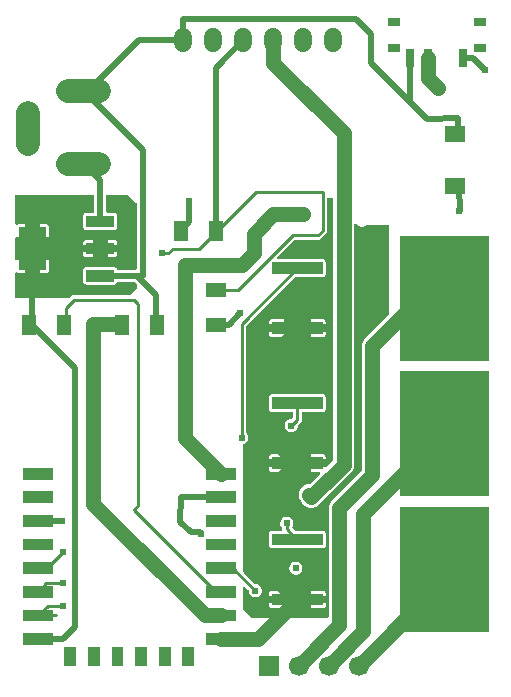
<source format=gtl>
G04 Layer: TopLayer*
G04 EasyEDA v6.4.7, 2021-05-23T18:21:04+05:00*
G04 4ba805003f7d4cf790364f2a1c8dc171,d3277c0307964fb6908111913dbd2705,10*
G04 Gerber Generator version 0.2*
G04 Scale: 100 percent, Rotated: No, Reflected: No *
G04 Dimensions in inches *
G04 leading zeros omitted , absolute positions ,2 integer and 4 decimal *
%FSLAX24Y24*%
%MOIN*%
G90*
D02*

%ADD10C,0.010000*%
%ADD11C,0.020000*%
%ADD12C,0.050000*%
%ADD13C,0.024000*%
%ADD14R,0.070866X0.053150*%
%ADD16R,0.066969X0.047540*%
%ADD19R,0.027559X0.059055*%
%ADD20R,0.039370X0.031496*%
%ADD26C,0.066929*%
%ADD27C,0.060000*%
%ADD28C,0.078740*%

%LPD*%
G36*
G01X3138Y16950D02*
G01X590Y16950D01*
G01X578Y16948D01*
G01X573Y16946D01*
G01X563Y16940D01*
G01X559Y16936D01*
G01X553Y16926D01*
G01X551Y16921D01*
G01X550Y16915D01*
G01X550Y15975D01*
G01X551Y15970D01*
G01X553Y15964D01*
G01X556Y15959D01*
G01X559Y15955D01*
G01X563Y15951D01*
G01X568Y15947D01*
G01X573Y15944D01*
G01X578Y15942D01*
G01X584Y15941D01*
G01X590Y15941D01*
G01X596Y15942D01*
G01X603Y15943D01*
G01X619Y15951D01*
G01X628Y15954D01*
G01X638Y15957D01*
G01X648Y15959D01*
G01X864Y15959D01*
G01X864Y15529D01*
G01X590Y15529D01*
G01X578Y15527D01*
G01X568Y15523D01*
G01X563Y15519D01*
G01X559Y15515D01*
G01X556Y15511D01*
G01X553Y15505D01*
G01X551Y15500D01*
G01X550Y15494D01*
G01X550Y14805D01*
G01X551Y14799D01*
G01X553Y14794D01*
G01X556Y14788D01*
G01X559Y14784D01*
G01X563Y14780D01*
G01X568Y14776D01*
G01X578Y14772D01*
G01X590Y14770D01*
G01X864Y14770D01*
G01X864Y14340D01*
G01X648Y14340D01*
G01X638Y14342D01*
G01X628Y14345D01*
G01X619Y14348D01*
G01X603Y14356D01*
G01X596Y14357D01*
G01X590Y14358D01*
G01X584Y14358D01*
G01X578Y14357D01*
G01X573Y14355D01*
G01X568Y14352D01*
G01X563Y14348D01*
G01X559Y14344D01*
G01X556Y14340D01*
G01X553Y14335D01*
G01X551Y14329D01*
G01X550Y14324D01*
G01X550Y13534D01*
G01X551Y13528D01*
G01X553Y13523D01*
G01X559Y13513D01*
G01X563Y13509D01*
G01X573Y13503D01*
G01X578Y13501D01*
G01X584Y13500D01*
G01X2326Y13500D01*
G01X2332Y13501D01*
G01X2338Y13504D01*
G01X2343Y13507D01*
G01X2348Y13511D01*
G01X2401Y13564D01*
G01X2411Y13572D01*
G01X2431Y13584D01*
G01X2442Y13589D01*
G01X2453Y13593D01*
G01X2464Y13596D01*
G01X2476Y13599D01*
G01X2500Y13601D01*
G01X4340Y13601D01*
G01X4352Y13605D01*
G01X4357Y13608D01*
G01X4362Y13612D01*
G01X4592Y13842D01*
G01X4598Y13854D01*
G01X4600Y13866D01*
G01X4600Y13947D01*
G01X4598Y13959D01*
G01X4592Y13971D01*
G01X4527Y14036D01*
G01X4515Y14042D01*
G01X4503Y14044D01*
G01X3973Y14044D01*
G01X3961Y14042D01*
G01X3955Y14039D01*
G01X3950Y14036D01*
G01X3945Y14032D01*
G01X3941Y14028D01*
G01X3938Y14023D01*
G01X3935Y14017D01*
G01X3932Y14008D01*
G01X3922Y13992D01*
G01X3916Y13984D01*
G01X3909Y13978D01*
G01X3902Y13971D01*
G01X3886Y13961D01*
G01X3877Y13957D01*
G01X3868Y13954D01*
G01X3859Y13952D01*
G01X3850Y13951D01*
G01X3840Y13950D01*
G01X2919Y13950D01*
G01X2909Y13951D01*
G01X2900Y13952D01*
G01X2891Y13954D01*
G01X2882Y13957D01*
G01X2866Y13965D01*
G01X2858Y13971D01*
G01X2851Y13976D01*
G01X2844Y13983D01*
G01X2838Y13990D01*
G01X2828Y14006D01*
G01X2825Y14015D01*
G01X2822Y14023D01*
G01X2819Y14032D01*
G01X2818Y14042D01*
G01X2818Y14446D01*
G01X2819Y14455D01*
G01X2822Y14465D01*
G01X2825Y14473D01*
G01X2828Y14482D01*
G01X2838Y14498D01*
G01X2844Y14505D01*
G01X2858Y14517D01*
G01X2866Y14523D01*
G01X2882Y14531D01*
G01X2891Y14534D01*
G01X2909Y14538D01*
G01X3850Y14538D01*
G01X3868Y14534D01*
G01X3877Y14531D01*
G01X3886Y14527D01*
G01X3902Y14517D01*
G01X3909Y14511D01*
G01X3921Y14497D01*
G01X3927Y14489D01*
G01X3931Y14480D01*
G01X3935Y14472D01*
G01X3937Y14466D01*
G01X3941Y14461D01*
G01X3945Y14457D01*
G01X3950Y14453D01*
G01X3955Y14450D01*
G01X3961Y14447D01*
G01X3966Y14446D01*
G01X4559Y14446D01*
G01X4565Y14447D01*
G01X4570Y14449D01*
G01X4580Y14455D01*
G01X4584Y14459D01*
G01X4588Y14464D01*
G01X4592Y14474D01*
G01X4594Y14486D01*
G01X4596Y16636D01*
G01X4596Y16642D01*
G01X4592Y16654D01*
G01X4589Y16659D01*
G01X4585Y16664D01*
G01X4307Y16942D01*
G01X4295Y16948D01*
G01X4283Y16950D01*
G01X3621Y16950D01*
G01X3609Y16948D01*
G01X3604Y16946D01*
G01X3594Y16940D01*
G01X3590Y16936D01*
G01X3584Y16926D01*
G01X3582Y16921D01*
G01X3580Y16909D01*
G01X3580Y16389D01*
G01X3581Y16383D01*
G01X3582Y16378D01*
G01X3584Y16372D01*
G01X3587Y16367D01*
G01X3590Y16363D01*
G01X3594Y16359D01*
G01X3599Y16355D01*
G01X3609Y16351D01*
G01X3615Y16349D01*
G01X3840Y16349D01*
G01X3849Y16348D01*
G01X3859Y16347D01*
G01X3868Y16345D01*
G01X3876Y16342D01*
G01X3885Y16338D01*
G01X3893Y16334D01*
G01X3901Y16328D01*
G01X3908Y16323D01*
G01X3915Y16316D01*
G01X3921Y16309D01*
G01X3926Y16301D01*
G01X3930Y16293D01*
G01X3934Y16284D01*
G01X3937Y16276D01*
G01X3939Y16267D01*
G01X3941Y16257D01*
G01X3941Y15853D01*
G01X3939Y15844D01*
G01X3937Y15834D01*
G01X3934Y15826D01*
G01X3930Y15817D01*
G01X3926Y15809D01*
G01X3921Y15801D01*
G01X3915Y15794D01*
G01X3901Y15782D01*
G01X3893Y15776D01*
G01X3885Y15772D01*
G01X3876Y15768D01*
G01X3868Y15765D01*
G01X3859Y15763D01*
G01X3849Y15761D01*
G01X2909Y15761D01*
G01X2891Y15765D01*
G01X2882Y15768D01*
G01X2866Y15776D01*
G01X2858Y15782D01*
G01X2844Y15794D01*
G01X2838Y15801D01*
G01X2828Y15817D01*
G01X2825Y15826D01*
G01X2822Y15834D01*
G01X2819Y15844D01*
G01X2818Y15853D01*
G01X2818Y16257D01*
G01X2819Y16267D01*
G01X2822Y16276D01*
G01X2825Y16284D01*
G01X2828Y16293D01*
G01X2838Y16309D01*
G01X2844Y16316D01*
G01X2851Y16323D01*
G01X2858Y16328D01*
G01X2866Y16334D01*
G01X2882Y16342D01*
G01X2891Y16345D01*
G01X2900Y16347D01*
G01X2909Y16348D01*
G01X2919Y16349D01*
G01X3144Y16349D01*
G01X3150Y16351D01*
G01X3160Y16355D01*
G01X3165Y16359D01*
G01X3169Y16363D01*
G01X3172Y16367D01*
G01X3175Y16372D01*
G01X3177Y16378D01*
G01X3178Y16383D01*
G01X3178Y16915D01*
G01X3177Y16921D01*
G01X3175Y16926D01*
G01X3169Y16936D01*
G01X3165Y16940D01*
G01X3155Y16946D01*
G01X3150Y16948D01*
G01X3138Y16950D01*
G37*

%LPC*%
G36*
G01X3941Y15028D02*
G01X3635Y15028D01*
G01X3635Y14855D01*
G01X3840Y14855D01*
G01X3849Y14856D01*
G01X3859Y14857D01*
G01X3868Y14859D01*
G01X3876Y14863D01*
G01X3885Y14866D01*
G01X3901Y14876D01*
G01X3915Y14888D01*
G01X3921Y14896D01*
G01X3926Y14903D01*
G01X3930Y14911D01*
G01X3934Y14920D01*
G01X3937Y14929D01*
G01X3941Y14947D01*
G01X3941Y15028D01*
G37*
G36*
G01X1681Y14770D02*
G01X1375Y14770D01*
G01X1375Y14340D01*
G01X1590Y14340D01*
G01X1608Y14344D01*
G01X1617Y14347D01*
G01X1633Y14355D01*
G01X1641Y14360D01*
G01X1648Y14366D01*
G01X1655Y14373D01*
G01X1661Y14380D01*
G01X1671Y14396D01*
G01X1674Y14404D01*
G01X1680Y14422D01*
G01X1681Y14432D01*
G01X1681Y14770D01*
G37*
G36*
G01X3124Y15028D02*
G01X2818Y15028D01*
G01X2818Y14947D01*
G01X2819Y14938D01*
G01X2828Y14911D01*
G01X2833Y14903D01*
G01X2838Y14896D01*
G01X2844Y14888D01*
G01X2858Y14876D01*
G01X2874Y14866D01*
G01X2882Y14863D01*
G01X2891Y14859D01*
G01X2900Y14857D01*
G01X2909Y14856D01*
G01X2919Y14855D01*
G01X3124Y14855D01*
G01X3124Y15028D01*
G37*
G36*
G01X3840Y15444D02*
G01X3635Y15444D01*
G01X3635Y15271D01*
G01X3941Y15271D01*
G01X3941Y15352D01*
G01X3937Y15370D01*
G01X3934Y15379D01*
G01X3930Y15388D01*
G01X3926Y15396D01*
G01X3921Y15403D01*
G01X3915Y15411D01*
G01X3901Y15423D01*
G01X3885Y15433D01*
G01X3876Y15436D01*
G01X3868Y15440D01*
G01X3859Y15442D01*
G01X3849Y15443D01*
G01X3840Y15444D01*
G37*
G36*
G01X3124Y15444D02*
G01X2919Y15444D01*
G01X2909Y15443D01*
G01X2900Y15442D01*
G01X2891Y15440D01*
G01X2882Y15436D01*
G01X2874Y15433D01*
G01X2858Y15423D01*
G01X2844Y15411D01*
G01X2838Y15403D01*
G01X2833Y15396D01*
G01X2828Y15388D01*
G01X2819Y15361D01*
G01X2818Y15352D01*
G01X2818Y15271D01*
G01X3124Y15271D01*
G01X3124Y15444D01*
G37*
G36*
G01X1590Y15959D02*
G01X1375Y15959D01*
G01X1375Y15529D01*
G01X1681Y15529D01*
G01X1681Y15867D01*
G01X1680Y15877D01*
G01X1674Y15895D01*
G01X1671Y15903D01*
G01X1661Y15919D01*
G01X1655Y15926D01*
G01X1648Y15933D01*
G01X1641Y15939D01*
G01X1633Y15944D01*
G01X1617Y15952D01*
G01X1608Y15955D01*
G01X1590Y15959D01*
G37*

%LPD*%
G36*
G01X11109Y16850D02*
G01X10990Y16850D01*
G01X10985Y16849D01*
G01X10979Y16848D01*
G01X10974Y16846D01*
G01X10964Y16840D01*
G01X10960Y16836D01*
G01X10954Y16826D01*
G01X10952Y16821D01*
G01X10951Y16815D01*
G01X10951Y15750D01*
G01X10949Y15726D01*
G01X10946Y15714D01*
G01X10943Y15703D01*
G01X10939Y15692D01*
G01X10934Y15681D01*
G01X10922Y15661D01*
G01X10914Y15651D01*
G01X10756Y15493D01*
G01X10738Y15477D01*
G01X10718Y15465D01*
G01X10707Y15460D01*
G01X10696Y15456D01*
G01X10685Y15453D01*
G01X10673Y15450D01*
G01X10661Y15449D01*
G01X10650Y15448D01*
G01X9872Y15448D01*
G01X9860Y15444D01*
G01X9855Y15441D01*
G01X9850Y15437D01*
G01X9275Y14862D01*
G01X9271Y14857D01*
G01X9268Y14851D01*
G01X9265Y14846D01*
G01X9264Y14840D01*
G01X9264Y14828D01*
G01X9265Y14822D01*
G01X9267Y14817D01*
G01X9273Y14807D01*
G01X9277Y14803D01*
G01X9287Y14797D01*
G01X9292Y14795D01*
G01X9298Y14794D01*
G01X10798Y14794D01*
G01X10807Y14793D01*
G01X10817Y14792D01*
G01X10826Y14790D01*
G01X10835Y14786D01*
G01X10843Y14783D01*
G01X10859Y14773D01*
G01X10873Y14761D01*
G01X10878Y14753D01*
G01X10884Y14746D01*
G01X10889Y14738D01*
G01X10895Y14720D01*
G01X10897Y14711D01*
G01X10898Y14702D01*
G01X10899Y14692D01*
G01X10899Y14307D01*
G01X10898Y14297D01*
G01X10897Y14288D01*
G01X10895Y14279D01*
G01X10889Y14261D01*
G01X10884Y14253D01*
G01X10878Y14246D01*
G01X10873Y14238D01*
G01X10859Y14226D01*
G01X10843Y14216D01*
G01X10835Y14213D01*
G01X10826Y14209D01*
G01X10817Y14207D01*
G01X10807Y14206D01*
G01X10798Y14205D01*
G01X9881Y14205D01*
G01X9875Y14204D01*
G01X9869Y14201D01*
G01X9864Y14198D01*
G01X9860Y14194D01*
G01X8262Y12597D01*
G01X8258Y12592D01*
G01X8255Y12586D01*
G01X8252Y12581D01*
G01X8251Y12575D01*
G01X8251Y9021D01*
G01X8252Y9015D01*
G01X8255Y9010D01*
G01X8257Y9005D01*
G01X8261Y9000D01*
G01X8270Y8990D01*
G01X8279Y8979D01*
G01X8300Y8943D01*
G01X8310Y8917D01*
G01X8314Y8904D01*
G01X8317Y8891D01*
G01X8319Y8877D01*
G01X8320Y8863D01*
G01X8321Y8850D01*
G01X8320Y8836D01*
G01X8319Y8823D01*
G01X8317Y8809D01*
G01X8314Y8796D01*
G01X8310Y8783D01*
G01X8306Y8771D01*
G01X8301Y8758D01*
G01X8295Y8746D01*
G01X8288Y8734D01*
G01X8281Y8723D01*
G01X8272Y8712D01*
G01X8264Y8702D01*
G01X8255Y8692D01*
G01X8245Y8683D01*
G01X8234Y8674D01*
G01X8223Y8667D01*
G01X8212Y8659D01*
G01X8188Y8647D01*
G01X8176Y8642D01*
G01X8170Y8640D01*
G01X8160Y8632D01*
G01X8156Y8627D01*
G01X8153Y8622D01*
G01X8151Y8617D01*
G01X8150Y8611D01*
G01X8149Y8604D01*
G01X8150Y8600D01*
G01X8150Y4373D01*
G01X8154Y4361D01*
G01X8157Y4356D01*
G01X8161Y4351D01*
G01X8531Y3982D01*
G01X8535Y3978D01*
G01X8540Y3975D01*
G01X8552Y3971D01*
G01X8557Y3970D01*
G01X8571Y3969D01*
G01X8584Y3968D01*
G01X8598Y3965D01*
G01X8611Y3962D01*
G01X8624Y3958D01*
G01X8636Y3953D01*
G01X8649Y3947D01*
G01X8661Y3940D01*
G01X8683Y3926D01*
G01X8694Y3917D01*
G01X8704Y3908D01*
G01X8722Y3888D01*
G01X8730Y3877D01*
G01X8738Y3865D01*
G01X8744Y3854D01*
G01X8750Y3842D01*
G01X8756Y3829D01*
G01X8764Y3803D01*
G01X8767Y3790D01*
G01X8769Y3776D01*
G01X8771Y3750D01*
G01X8770Y3736D01*
G01X8769Y3723D01*
G01X8767Y3710D01*
G01X8764Y3697D01*
G01X8756Y3671D01*
G01X8751Y3659D01*
G01X8739Y3635D01*
G01X8723Y3613D01*
G01X8715Y3603D01*
G01X8706Y3593D01*
G01X8696Y3584D01*
G01X8686Y3576D01*
G01X8664Y3560D01*
G01X8640Y3548D01*
G01X8628Y3543D01*
G01X8615Y3538D01*
G01X8589Y3532D01*
G01X8576Y3530D01*
G01X8550Y3528D01*
G01X8522Y3530D01*
G01X8509Y3532D01*
G01X8496Y3535D01*
G01X8470Y3543D01*
G01X8457Y3549D01*
G01X8445Y3555D01*
G01X8434Y3561D01*
G01X8422Y3569D01*
G01X8411Y3577D01*
G01X8391Y3595D01*
G01X8382Y3605D01*
G01X8373Y3616D01*
G01X8359Y3638D01*
G01X8352Y3650D01*
G01X8346Y3663D01*
G01X8341Y3675D01*
G01X8337Y3688D01*
G01X8334Y3701D01*
G01X8331Y3715D01*
G01X8330Y3728D01*
G01X8329Y3742D01*
G01X8328Y3748D01*
G01X8327Y3753D01*
G01X8324Y3759D01*
G01X8321Y3764D01*
G01X8317Y3769D01*
G01X8218Y3868D01*
G01X8213Y3872D01*
G01X8208Y3875D01*
G01X8202Y3878D01*
G01X8196Y3879D01*
G01X8184Y3879D01*
G01X8178Y3878D01*
G01X8173Y3876D01*
G01X8163Y3870D01*
G01X8159Y3865D01*
G01X8156Y3861D01*
G01X8153Y3856D01*
G01X8151Y3851D01*
G01X8150Y3845D01*
G01X8150Y3110D01*
G01X8154Y3098D01*
G01X8157Y3092D01*
G01X8388Y2861D01*
G01X8393Y2857D01*
G01X8398Y2854D01*
G01X8404Y2851D01*
G01X8410Y2850D01*
G01X10964Y2850D01*
G01X10970Y2851D01*
G01X10975Y2853D01*
G01X10985Y2859D01*
G01X10989Y2863D01*
G01X10995Y2873D01*
G01X10997Y2878D01*
G01X10998Y2884D01*
G01X10998Y6500D01*
G01X11000Y6534D01*
G01X11002Y6551D01*
G01X11005Y6568D01*
G01X11009Y6585D01*
G01X11014Y6601D01*
G01X11019Y6618D01*
G01X11025Y6634D01*
G01X11032Y6650D01*
G01X11048Y6680D01*
G01X11058Y6694D01*
G01X11068Y6709D01*
G01X11078Y6722D01*
G01X11089Y6735D01*
G01X11101Y6748D01*
G01X12087Y7733D01*
G01X12091Y7738D01*
G01X12094Y7743D01*
G01X12097Y7749D01*
G01X12098Y7755D01*
G01X12098Y11900D01*
G01X12100Y11934D01*
G01X12102Y11951D01*
G01X12105Y11968D01*
G01X12109Y11985D01*
G01X12114Y12001D01*
G01X12119Y12018D01*
G01X12125Y12034D01*
G01X12132Y12050D01*
G01X12148Y12080D01*
G01X12158Y12094D01*
G01X12168Y12109D01*
G01X12178Y12122D01*
G01X12189Y12135D01*
G01X12201Y12148D01*
G01X12988Y12934D01*
G01X12992Y12939D01*
G01X12995Y12944D01*
G01X12999Y12956D01*
G01X13000Y12963D01*
G01X13000Y15909D01*
G01X12999Y15914D01*
G01X12998Y15920D01*
G01X12996Y15925D01*
G01X12990Y15935D01*
G01X12986Y15939D01*
G01X12976Y15945D01*
G01X12971Y15947D01*
G01X12965Y15948D01*
G01X12271Y15948D01*
G01X12265Y15947D01*
G01X12260Y15944D01*
G01X12255Y15942D01*
G01X12250Y15938D01*
G01X12240Y15929D01*
G01X12229Y15920D01*
G01X12217Y15913D01*
G01X12206Y15905D01*
G01X12193Y15899D01*
G01X12181Y15894D01*
G01X12168Y15889D01*
G01X12154Y15885D01*
G01X12141Y15882D01*
G01X12127Y15880D01*
G01X12113Y15879D01*
G01X12100Y15878D01*
G01X12072Y15880D01*
G01X12059Y15882D01*
G01X12045Y15885D01*
G01X12032Y15889D01*
G01X12019Y15894D01*
G01X12007Y15899D01*
G01X11994Y15905D01*
G01X11983Y15912D01*
G01X11971Y15919D01*
G01X11960Y15928D01*
G01X11940Y15946D01*
G01X11931Y15957D01*
G01X11922Y15967D01*
G01X11918Y15972D01*
G01X11914Y15976D01*
G01X11909Y15979D01*
G01X11897Y15983D01*
G01X11885Y15983D01*
G01X11879Y15982D01*
G01X11874Y15980D01*
G01X11869Y15977D01*
G01X11864Y15973D01*
G01X11860Y15969D01*
G01X11857Y15965D01*
G01X11854Y15960D01*
G01X11852Y15955D01*
G01X11851Y15949D01*
G01X11851Y7950D01*
G01X11850Y7932D01*
G01X11849Y7915D01*
G01X11847Y7898D01*
G01X11844Y7881D01*
G01X11840Y7864D01*
G01X11835Y7848D01*
G01X11830Y7831D01*
G01X11824Y7815D01*
G01X11817Y7800D01*
G01X11809Y7784D01*
G01X11801Y7769D01*
G01X11791Y7755D01*
G01X11781Y7740D01*
G01X11771Y7727D01*
G01X11760Y7714D01*
G01X11748Y7701D01*
G01X10657Y6611D01*
G01X10645Y6599D01*
G01X10632Y6588D01*
G01X10618Y6578D01*
G01X10605Y6567D01*
G01X10590Y6558D01*
G01X10560Y6542D01*
G01X10544Y6535D01*
G01X10528Y6529D01*
G01X10511Y6523D01*
G01X10495Y6519D01*
G01X10478Y6515D01*
G01X10461Y6512D01*
G01X10444Y6510D01*
G01X10410Y6508D01*
G01X10392Y6509D01*
G01X10375Y6510D01*
G01X10358Y6512D01*
G01X10341Y6515D01*
G01X10307Y6523D01*
G01X10275Y6535D01*
G01X10259Y6542D01*
G01X10243Y6550D01*
G01X10228Y6559D01*
G01X10214Y6568D01*
G01X10186Y6588D01*
G01X10173Y6600D01*
G01X10149Y6624D01*
G01X10138Y6637D01*
G01X10127Y6651D01*
G01X10117Y6665D01*
G01X10057Y6755D01*
G01X10048Y6770D01*
G01X10032Y6800D01*
G01X10025Y6816D01*
G01X10019Y6832D01*
G01X10014Y6848D01*
G01X10009Y6865D01*
G01X10005Y6881D01*
G01X10002Y6898D01*
G01X10000Y6915D01*
G01X9999Y6932D01*
G01X9998Y6950D01*
G01X9999Y6966D01*
G01X10000Y6983D01*
G01X10002Y7000D01*
G01X10005Y7017D01*
G01X10009Y7033D01*
G01X10013Y7050D01*
G01X10018Y7065D01*
G01X10024Y7081D01*
G01X10031Y7097D01*
G01X10038Y7112D01*
G01X10047Y7127D01*
G01X10065Y7155D01*
G01X10075Y7169D01*
G01X10086Y7182D01*
G01X10097Y7194D01*
G01X10110Y7206D01*
G01X10122Y7217D01*
G01X10135Y7228D01*
G01X10149Y7238D01*
G01X10163Y7247D01*
G01X10177Y7255D01*
G01X10192Y7263D01*
G01X10208Y7271D01*
G01X10223Y7277D01*
G01X10239Y7283D01*
G01X10255Y7288D01*
G01X10272Y7292D01*
G01X10288Y7295D01*
G01X10305Y7298D01*
G01X10322Y7300D01*
G01X10339Y7300D01*
G01X10344Y7301D01*
G01X10351Y7303D01*
G01X10356Y7305D01*
G01X10361Y7308D01*
G01X10366Y7312D01*
G01X10691Y7637D01*
G01X10695Y7642D01*
G01X10698Y7648D01*
G01X10701Y7653D01*
G01X10703Y7665D01*
G01X10701Y7677D01*
G01X10699Y7682D01*
G01X10693Y7692D01*
G01X10689Y7696D01*
G01X10679Y7702D01*
G01X10674Y7704D01*
G01X10668Y7705D01*
G01X10400Y7705D01*
G01X10400Y7878D01*
G01X10921Y7878D01*
G01X10933Y7882D01*
G01X10939Y7886D01*
G01X10943Y7890D01*
G01X11137Y8083D01*
G01X11141Y8088D01*
G01X11144Y8093D01*
G01X11147Y8099D01*
G01X11148Y8105D01*
G01X11148Y16815D01*
G01X11147Y16821D01*
G01X11145Y16826D01*
G01X11139Y16836D01*
G01X11135Y16840D01*
G01X11125Y16846D01*
G01X11120Y16848D01*
G01X11114Y16849D01*
G01X11109Y16850D01*
G37*

%LPC*%
G36*
G01X9503Y12794D02*
G01X9105Y12794D01*
G01X9096Y12793D01*
G01X9086Y12792D01*
G01X9077Y12790D01*
G01X9068Y12786D01*
G01X9060Y12783D01*
G01X9044Y12773D01*
G01X9037Y12767D01*
G01X9031Y12761D01*
G01X9025Y12753D01*
G01X9019Y12746D01*
G01X9015Y12738D01*
G01X9011Y12729D01*
G01X9008Y12720D01*
G01X9006Y12711D01*
G01X9005Y12702D01*
G01X9004Y12692D01*
G01X9004Y12621D01*
G01X9503Y12621D01*
G01X9503Y12794D01*
G37*
G36*
G01X10899Y3328D02*
G01X10400Y3328D01*
G01X10400Y3155D01*
G01X10798Y3155D01*
G01X10807Y3156D01*
G01X10817Y3157D01*
G01X10826Y3159D01*
G01X10835Y3163D01*
G01X10843Y3166D01*
G01X10859Y3176D01*
G01X10873Y3188D01*
G01X10878Y3196D01*
G01X10884Y3203D01*
G01X10889Y3211D01*
G01X10895Y3229D01*
G01X10897Y3238D01*
G01X10898Y3247D01*
G01X10899Y3257D01*
G01X10899Y3328D01*
G37*
G36*
G01X10798Y12794D02*
G01X10400Y12794D01*
G01X10400Y12621D01*
G01X10899Y12621D01*
G01X10899Y12692D01*
G01X10898Y12702D01*
G01X10897Y12711D01*
G01X10895Y12720D01*
G01X10889Y12738D01*
G01X10884Y12746D01*
G01X10878Y12753D01*
G01X10873Y12761D01*
G01X10859Y12773D01*
G01X10843Y12783D01*
G01X10835Y12786D01*
G01X10826Y12790D01*
G01X10817Y12792D01*
G01X10807Y12793D01*
G01X10798Y12794D01*
G37*
G36*
G01X9503Y3744D02*
G01X9105Y3744D01*
G01X9096Y3743D01*
G01X9086Y3742D01*
G01X9077Y3740D01*
G01X9068Y3736D01*
G01X9060Y3733D01*
G01X9044Y3723D01*
G01X9037Y3717D01*
G01X9031Y3711D01*
G01X9025Y3703D01*
G01X9019Y3696D01*
G01X9015Y3688D01*
G01X9011Y3679D01*
G01X9008Y3670D01*
G01X9006Y3661D01*
G01X9005Y3652D01*
G01X9004Y3642D01*
G01X9004Y3571D01*
G01X9503Y3571D01*
G01X9503Y3744D01*
G37*
G36*
G01X10798Y3744D02*
G01X10400Y3744D01*
G01X10400Y3571D01*
G01X10899Y3571D01*
G01X10899Y3642D01*
G01X10898Y3652D01*
G01X10897Y3661D01*
G01X10895Y3670D01*
G01X10889Y3688D01*
G01X10884Y3696D01*
G01X10878Y3703D01*
G01X10873Y3711D01*
G01X10859Y3723D01*
G01X10843Y3733D01*
G01X10835Y3736D01*
G01X10826Y3740D01*
G01X10817Y3742D01*
G01X10807Y3743D01*
G01X10798Y3744D01*
G37*
G36*
G01X9926Y4719D02*
G01X9900Y4721D01*
G01X9886Y4720D01*
G01X9873Y4719D01*
G01X9860Y4717D01*
G01X9834Y4711D01*
G01X9821Y4706D01*
G01X9809Y4701D01*
G01X9785Y4689D01*
G01X9763Y4673D01*
G01X9753Y4665D01*
G01X9743Y4656D01*
G01X9734Y4646D01*
G01X9726Y4636D01*
G01X9710Y4614D01*
G01X9698Y4590D01*
G01X9693Y4578D01*
G01X9685Y4552D01*
G01X9682Y4539D01*
G01X9680Y4526D01*
G01X9678Y4500D01*
G01X9679Y4486D01*
G01X9680Y4473D01*
G01X9682Y4460D01*
G01X9685Y4447D01*
G01X9693Y4421D01*
G01X9698Y4409D01*
G01X9710Y4385D01*
G01X9726Y4363D01*
G01X9734Y4353D01*
G01X9743Y4343D01*
G01X9753Y4334D01*
G01X9763Y4326D01*
G01X9785Y4310D01*
G01X9809Y4298D01*
G01X9821Y4293D01*
G01X9834Y4288D01*
G01X9860Y4282D01*
G01X9873Y4280D01*
G01X9886Y4279D01*
G01X9900Y4278D01*
G01X9926Y4280D01*
G01X9939Y4282D01*
G01X9965Y4288D01*
G01X9978Y4293D01*
G01X9990Y4298D01*
G01X10014Y4310D01*
G01X10036Y4326D01*
G01X10046Y4334D01*
G01X10056Y4343D01*
G01X10065Y4353D01*
G01X10073Y4363D01*
G01X10089Y4385D01*
G01X10101Y4409D01*
G01X10106Y4421D01*
G01X10114Y4447D01*
G01X10117Y4460D01*
G01X10119Y4473D01*
G01X10120Y4486D01*
G01X10121Y4500D01*
G01X10119Y4526D01*
G01X10117Y4539D01*
G01X10114Y4552D01*
G01X10106Y4578D01*
G01X10101Y4590D01*
G01X10089Y4614D01*
G01X10073Y4636D01*
G01X10065Y4646D01*
G01X10056Y4656D01*
G01X10046Y4665D01*
G01X10036Y4673D01*
G01X10014Y4689D01*
G01X9990Y4701D01*
G01X9978Y4706D01*
G01X9965Y4711D01*
G01X9939Y4717D01*
G01X9926Y4719D01*
G37*
G36*
G01X9626Y6219D02*
G01X9600Y6221D01*
G01X9586Y6220D01*
G01X9573Y6219D01*
G01X9560Y6217D01*
G01X9534Y6211D01*
G01X9521Y6206D01*
G01X9509Y6201D01*
G01X9485Y6189D01*
G01X9463Y6173D01*
G01X9453Y6165D01*
G01X9443Y6156D01*
G01X9434Y6146D01*
G01X9426Y6136D01*
G01X9410Y6114D01*
G01X9398Y6090D01*
G01X9393Y6078D01*
G01X9385Y6052D01*
G01X9382Y6039D01*
G01X9380Y6026D01*
G01X9378Y6000D01*
G01X9380Y5972D01*
G01X9382Y5958D01*
G01X9385Y5945D01*
G01X9389Y5932D01*
G01X9399Y5906D01*
G01X9420Y5870D01*
G01X9429Y5859D01*
G01X9438Y5849D01*
G01X9442Y5844D01*
G01X9444Y5839D01*
G01X9447Y5834D01*
G01X9448Y5828D01*
G01X9448Y5801D01*
G01X9449Y5787D01*
G01X9449Y5778D01*
G01X9448Y5772D01*
G01X9446Y5767D01*
G01X9443Y5762D01*
G01X9439Y5757D01*
G01X9435Y5753D01*
G01X9431Y5750D01*
G01X9426Y5747D01*
G01X9421Y5745D01*
G01X9415Y5744D01*
G01X9105Y5744D01*
G01X9096Y5743D01*
G01X9086Y5742D01*
G01X9077Y5740D01*
G01X9068Y5736D01*
G01X9060Y5733D01*
G01X9044Y5723D01*
G01X9037Y5717D01*
G01X9031Y5711D01*
G01X9025Y5703D01*
G01X9019Y5696D01*
G01X9015Y5688D01*
G01X9011Y5679D01*
G01X9008Y5670D01*
G01X9006Y5661D01*
G01X9005Y5652D01*
G01X9004Y5642D01*
G01X9004Y5257D01*
G01X9005Y5247D01*
G01X9006Y5238D01*
G01X9008Y5229D01*
G01X9011Y5220D01*
G01X9015Y5211D01*
G01X9019Y5203D01*
G01X9025Y5196D01*
G01X9031Y5188D01*
G01X9037Y5182D01*
G01X9044Y5176D01*
G01X9060Y5166D01*
G01X9068Y5163D01*
G01X9077Y5159D01*
G01X9086Y5157D01*
G01X9096Y5156D01*
G01X9105Y5155D01*
G01X10798Y5155D01*
G01X10807Y5156D01*
G01X10817Y5157D01*
G01X10826Y5159D01*
G01X10835Y5163D01*
G01X10843Y5166D01*
G01X10859Y5176D01*
G01X10873Y5188D01*
G01X10878Y5196D01*
G01X10884Y5203D01*
G01X10889Y5211D01*
G01X10895Y5229D01*
G01X10897Y5238D01*
G01X10898Y5247D01*
G01X10899Y5257D01*
G01X10899Y5642D01*
G01X10898Y5652D01*
G01X10897Y5661D01*
G01X10895Y5670D01*
G01X10889Y5688D01*
G01X10884Y5696D01*
G01X10878Y5703D01*
G01X10873Y5711D01*
G01X10859Y5723D01*
G01X10843Y5733D01*
G01X10835Y5736D01*
G01X10826Y5740D01*
G01X10817Y5742D01*
G01X10807Y5743D01*
G01X10798Y5744D01*
G01X9881Y5744D01*
G01X9875Y5745D01*
G01X9869Y5748D01*
G01X9864Y5751D01*
G01X9860Y5755D01*
G01X9788Y5826D01*
G01X9784Y5831D01*
G01X9781Y5836D01*
G01X9778Y5842D01*
G01X9777Y5848D01*
G01X9777Y5861D01*
G01X9778Y5866D01*
G01X9780Y5872D01*
G01X9783Y5877D01*
G01X9791Y5889D01*
G01X9798Y5902D01*
G01X9804Y5915D01*
G01X9809Y5928D01*
G01X9813Y5942D01*
G01X9816Y5957D01*
G01X9819Y5971D01*
G01X9820Y5985D01*
G01X9821Y6000D01*
G01X9819Y6026D01*
G01X9817Y6039D01*
G01X9814Y6052D01*
G01X9806Y6078D01*
G01X9801Y6090D01*
G01X9789Y6114D01*
G01X9773Y6136D01*
G01X9765Y6146D01*
G01X9756Y6156D01*
G01X9746Y6165D01*
G01X9736Y6173D01*
G01X9714Y6189D01*
G01X9690Y6201D01*
G01X9678Y6206D01*
G01X9665Y6211D01*
G01X9639Y6217D01*
G01X9626Y6219D01*
G37*
G36*
G01X9503Y3328D02*
G01X9004Y3328D01*
G01X9004Y3257D01*
G01X9005Y3247D01*
G01X9006Y3238D01*
G01X9008Y3229D01*
G01X9011Y3220D01*
G01X9015Y3211D01*
G01X9019Y3203D01*
G01X9025Y3196D01*
G01X9031Y3188D01*
G01X9037Y3182D01*
G01X9044Y3176D01*
G01X9060Y3166D01*
G01X9068Y3163D01*
G01X9077Y3159D01*
G01X9086Y3157D01*
G01X9096Y3156D01*
G01X9105Y3155D01*
G01X9503Y3155D01*
G01X9503Y3328D01*
G37*
G36*
G01X9503Y7878D02*
G01X9004Y7878D01*
G01X9004Y7807D01*
G01X9005Y7797D01*
G01X9006Y7788D01*
G01X9008Y7779D01*
G01X9011Y7770D01*
G01X9015Y7761D01*
G01X9019Y7753D01*
G01X9025Y7746D01*
G01X9031Y7738D01*
G01X9037Y7732D01*
G01X9044Y7726D01*
G01X9060Y7716D01*
G01X9068Y7713D01*
G01X9077Y7709D01*
G01X9086Y7707D01*
G01X9096Y7706D01*
G01X9105Y7705D01*
G01X9503Y7705D01*
G01X9503Y7878D01*
G37*
G36*
G01X10798Y8294D02*
G01X10400Y8294D01*
G01X10400Y8121D01*
G01X10899Y8121D01*
G01X10899Y8192D01*
G01X10898Y8202D01*
G01X10897Y8211D01*
G01X10895Y8220D01*
G01X10889Y8238D01*
G01X10884Y8246D01*
G01X10878Y8253D01*
G01X10873Y8261D01*
G01X10859Y8273D01*
G01X10843Y8283D01*
G01X10835Y8286D01*
G01X10826Y8290D01*
G01X10817Y8292D01*
G01X10807Y8293D01*
G01X10798Y8294D01*
G37*
G36*
G01X9503Y8294D02*
G01X9105Y8294D01*
G01X9096Y8293D01*
G01X9086Y8292D01*
G01X9077Y8290D01*
G01X9068Y8286D01*
G01X9060Y8283D01*
G01X9044Y8273D01*
G01X9037Y8267D01*
G01X9031Y8261D01*
G01X9025Y8253D01*
G01X9019Y8246D01*
G01X9015Y8238D01*
G01X9011Y8229D01*
G01X9008Y8220D01*
G01X9006Y8211D01*
G01X9005Y8202D01*
G01X9004Y8192D01*
G01X9004Y8121D01*
G01X9503Y8121D01*
G01X9503Y8294D01*
G37*
G36*
G01X10798Y10294D02*
G01X9105Y10294D01*
G01X9096Y10293D01*
G01X9086Y10292D01*
G01X9077Y10290D01*
G01X9068Y10286D01*
G01X9060Y10283D01*
G01X9044Y10273D01*
G01X9037Y10267D01*
G01X9031Y10261D01*
G01X9025Y10253D01*
G01X9019Y10246D01*
G01X9015Y10238D01*
G01X9011Y10229D01*
G01X9008Y10220D01*
G01X9006Y10211D01*
G01X9005Y10202D01*
G01X9004Y10192D01*
G01X9004Y9807D01*
G01X9005Y9797D01*
G01X9006Y9788D01*
G01X9008Y9779D01*
G01X9011Y9770D01*
G01X9015Y9761D01*
G01X9019Y9753D01*
G01X9025Y9746D01*
G01X9031Y9738D01*
G01X9037Y9732D01*
G01X9044Y9726D01*
G01X9060Y9716D01*
G01X9068Y9713D01*
G01X9077Y9709D01*
G01X9086Y9707D01*
G01X9096Y9706D01*
G01X9105Y9705D01*
G01X9766Y9705D01*
G01X9772Y9704D01*
G01X9777Y9702D01*
G01X9787Y9696D01*
G01X9791Y9692D01*
G01X9797Y9682D01*
G01X9799Y9677D01*
G01X9801Y9665D01*
G01X9801Y9531D01*
G01X9800Y9524D01*
G01X9798Y9518D01*
G01X9796Y9513D01*
G01X9793Y9507D01*
G01X9789Y9502D01*
G01X9768Y9482D01*
G01X9764Y9478D01*
G01X9759Y9475D01*
G01X9747Y9471D01*
G01X9742Y9470D01*
G01X9728Y9469D01*
G01X9715Y9468D01*
G01X9701Y9465D01*
G01X9688Y9462D01*
G01X9675Y9458D01*
G01X9663Y9453D01*
G01X9650Y9447D01*
G01X9638Y9440D01*
G01X9616Y9426D01*
G01X9605Y9417D01*
G01X9595Y9408D01*
G01X9577Y9388D01*
G01X9569Y9377D01*
G01X9561Y9365D01*
G01X9555Y9354D01*
G01X9549Y9342D01*
G01X9543Y9329D01*
G01X9535Y9303D01*
G01X9532Y9290D01*
G01X9530Y9276D01*
G01X9528Y9250D01*
G01X9529Y9236D01*
G01X9530Y9223D01*
G01X9532Y9210D01*
G01X9535Y9197D01*
G01X9543Y9171D01*
G01X9548Y9159D01*
G01X9560Y9135D01*
G01X9576Y9113D01*
G01X9584Y9103D01*
G01X9593Y9093D01*
G01X9603Y9084D01*
G01X9613Y9076D01*
G01X9635Y9060D01*
G01X9659Y9048D01*
G01X9671Y9043D01*
G01X9684Y9038D01*
G01X9710Y9032D01*
G01X9723Y9030D01*
G01X9736Y9029D01*
G01X9750Y9028D01*
G01X9763Y9029D01*
G01X9777Y9030D01*
G01X9790Y9032D01*
G01X9803Y9035D01*
G01X9829Y9043D01*
G01X9842Y9049D01*
G01X9854Y9055D01*
G01X9865Y9061D01*
G01X9877Y9069D01*
G01X9888Y9077D01*
G01X9908Y9095D01*
G01X9917Y9105D01*
G01X9926Y9116D01*
G01X9940Y9138D01*
G01X9947Y9150D01*
G01X9953Y9163D01*
G01X9958Y9175D01*
G01X9962Y9188D01*
G01X9965Y9201D01*
G01X9968Y9215D01*
G01X9969Y9228D01*
G01X9970Y9242D01*
G01X9971Y9248D01*
G01X9972Y9253D01*
G01X9975Y9259D01*
G01X9978Y9264D01*
G01X9982Y9269D01*
G01X10066Y9353D01*
G01X10074Y9363D01*
G01X10086Y9383D01*
G01X10091Y9394D01*
G01X10095Y9405D01*
G01X10098Y9416D01*
G01X10101Y9428D01*
G01X10102Y9440D01*
G01X10102Y9665D01*
G01X10104Y9677D01*
G01X10106Y9682D01*
G01X10112Y9692D01*
G01X10116Y9696D01*
G01X10126Y9702D01*
G01X10131Y9704D01*
G01X10137Y9705D01*
G01X10798Y9705D01*
G01X10807Y9706D01*
G01X10817Y9707D01*
G01X10826Y9709D01*
G01X10835Y9713D01*
G01X10843Y9716D01*
G01X10859Y9726D01*
G01X10873Y9738D01*
G01X10878Y9746D01*
G01X10884Y9753D01*
G01X10889Y9761D01*
G01X10895Y9779D01*
G01X10897Y9788D01*
G01X10898Y9797D01*
G01X10899Y9807D01*
G01X10899Y10192D01*
G01X10898Y10202D01*
G01X10897Y10211D01*
G01X10895Y10220D01*
G01X10889Y10238D01*
G01X10884Y10246D01*
G01X10878Y10253D01*
G01X10873Y10261D01*
G01X10859Y10273D01*
G01X10843Y10283D01*
G01X10835Y10286D01*
G01X10826Y10290D01*
G01X10817Y10292D01*
G01X10807Y10293D01*
G01X10798Y10294D01*
G37*
G36*
G01X9503Y12378D02*
G01X9004Y12378D01*
G01X9004Y12307D01*
G01X9005Y12297D01*
G01X9006Y12288D01*
G01X9008Y12279D01*
G01X9011Y12270D01*
G01X9015Y12261D01*
G01X9019Y12253D01*
G01X9025Y12246D01*
G01X9031Y12238D01*
G01X9037Y12232D01*
G01X9044Y12226D01*
G01X9060Y12216D01*
G01X9068Y12213D01*
G01X9077Y12209D01*
G01X9086Y12207D01*
G01X9096Y12206D01*
G01X9105Y12205D01*
G01X9503Y12205D01*
G01X9503Y12378D01*
G37*
G36*
G01X10899Y12378D02*
G01X10400Y12378D01*
G01X10400Y12205D01*
G01X10798Y12205D01*
G01X10807Y12206D01*
G01X10817Y12207D01*
G01X10826Y12209D01*
G01X10835Y12213D01*
G01X10843Y12216D01*
G01X10859Y12226D01*
G01X10873Y12238D01*
G01X10878Y12246D01*
G01X10884Y12253D01*
G01X10889Y12261D01*
G01X10895Y12279D01*
G01X10897Y12288D01*
G01X10898Y12297D01*
G01X10899Y12307D01*
G01X10899Y12378D01*
G37*

%LPD*%
G54D11*
G01X15350Y17250D02*
G01X15368Y16400D01*
G01X15350Y16400D01*
G01X6150Y22100D02*
G01X6150Y22800D01*
G01X11900Y22800D01*
G01X12400Y22300D01*
G01X12400Y21350D01*
G01X14264Y19485D01*
G01X15300Y19500D01*
G01X15300Y19050D01*
G01X15150Y19050D01*
G01X16200Y21100D02*
G01X15810Y21489D01*
G01X15485Y21489D01*
G01X6067Y15750D02*
G01X6350Y16032D01*
G01X6350Y16750D01*
G01X6750Y5650D02*
G01X6700Y5700D01*
G01X6400Y5700D01*
G01X6050Y6050D01*
G01X6059Y6859D01*
G01X7401Y6859D01*
G54D10*
G01X9952Y5450D02*
G01X9600Y5801D01*
G01X9600Y6000D01*
G01X8550Y3750D02*
G01X7802Y4497D01*
G01X7401Y4497D01*
G54D12*
G01X9952Y3450D02*
G01X8552Y4850D01*
G01X8552Y6600D01*
G01X9952Y8000D01*
G01X10350Y6950D02*
G01X10409Y6859D01*
G01X11500Y7950D01*
G01X11500Y19000D01*
G01X9150Y21350D01*
G01X9150Y22100D01*
G01X9952Y8000D02*
G01X8500Y9451D01*
G01X8500Y11600D01*
G01X8600Y11700D01*
G01X9250Y11700D01*
G01X9250Y11700D02*
G01X9952Y12401D01*
G01X9952Y12500D01*
G54D10*
G01X7200Y13782D02*
G01X7982Y13782D01*
G01X9800Y15600D01*
G01X10650Y15600D01*
G01X10800Y15750D01*
G01X10800Y17050D01*
G01X8582Y17050D01*
G01X7232Y15700D01*
G01X4250Y14800D02*
G01X3900Y15150D01*
G01X3379Y15150D01*
G01X7232Y15700D02*
G01X6682Y15150D01*
G01X6650Y15150D01*
G01X5800Y15150D01*
G01X5650Y15000D01*
G01X5450Y15000D01*
G01X7401Y3710D02*
G01X7239Y3710D01*
G01X4500Y6450D01*
G01X4650Y6600D01*
G01X4650Y13300D01*
G01X4500Y13450D01*
G01X2500Y13450D01*
G01X2232Y13182D01*
G01X2232Y12650D01*
G01X9952Y14500D02*
G01X8100Y12648D01*
G01X8100Y8850D01*
G01X1298Y4497D02*
G01X1597Y4497D01*
G01X2150Y5050D01*
G01X9750Y9250D02*
G01X9952Y9451D01*
G01X9952Y10000D01*
G01X1298Y3710D02*
G01X1588Y4000D01*
G01X2150Y4000D01*
G01X1298Y2923D02*
G01X1626Y3250D01*
G01X2150Y3250D01*
G54D12*
G01X7401Y7647D02*
G01X6200Y8848D01*
G01X6200Y14600D01*
G01X8100Y14600D01*
G01X8500Y15000D01*
G01X8500Y15650D01*
G01X9150Y16300D01*
G01X10150Y16300D01*
G01X14650Y20500D02*
G01X14304Y20845D01*
G01X14304Y21489D01*
G01X7401Y2922D02*
G01X6877Y2922D01*
G01X3150Y6650D01*
G01X3150Y12650D01*
G01X3300Y12650D01*
G01X4067Y12650D01*
G01X7401Y2135D02*
G01X8637Y2135D01*
G01X9952Y3450D01*
G01X10000Y1250D02*
G01X11350Y2600D01*
G01X11350Y6500D01*
G01X12450Y7600D01*
G01X12450Y11900D01*
G01X14050Y13500D01*
G01X14848Y13500D01*
G01X11000Y1250D02*
G01X12150Y2400D01*
G01X12150Y6301D01*
G01X14848Y9000D01*
G01X12000Y1250D02*
G01X14848Y4098D01*
G01X14848Y4450D01*
G54D11*
G01X5232Y12650D02*
G01X5232Y13616D01*
G01X4603Y14244D01*
G01X8050Y13000D02*
G01X7668Y12617D01*
G01X7200Y12617D01*
G01X1503Y6072D02*
G01X2100Y6072D01*
G01X1298Y6072D02*
G01X1900Y6072D01*
G01X1067Y12650D02*
G01X2550Y11167D01*
G01X2550Y2550D01*
G01X2135Y2135D01*
G01X1298Y2135D01*
G01X1067Y12650D02*
G01X1120Y12702D01*
G01X1120Y15150D01*
G01X3379Y15150D02*
G01X1120Y15150D01*
G01X13714Y21489D02*
G01X13714Y19992D01*
G01X8150Y22100D02*
G01X7232Y21182D01*
G01X7232Y15700D01*
G01X2909Y20335D02*
G01X4674Y22100D01*
G01X6150Y22100D01*
G01X2825Y20419D02*
G01X4800Y18446D01*
G01X4794Y14244D01*
G01X3380Y14244D01*
G01X2825Y17979D02*
G01X3379Y17425D01*
G01X3379Y16055D01*
G54D10*
G01X1298Y2923D02*
G01X1901Y2923D01*
G54D14*
G01X15200Y17233D03*
G01X15200Y18966D03*
G36*
G01X6994Y15415D02*
G01X6994Y16084D01*
G01X7469Y16084D01*
G01X7469Y15415D01*
G01X6994Y15415D01*
G37*
G36*
G01X6305Y15415D02*
G01X6305Y16084D01*
G01X5830Y16084D01*
G01X5830Y15415D01*
G01X6305Y15415D01*
G37*
G36*
G01X4355Y12934D02*
G01X4355Y12265D01*
G01X3880Y12265D01*
G01X3880Y12934D01*
G01X4355Y12934D01*
G37*
G36*
G01X5044Y12934D02*
G01X5044Y12265D01*
G01X5519Y12265D01*
G01X5519Y12934D01*
G01X5044Y12934D01*
G37*
G36*
G01X7584Y13544D02*
G01X6915Y13544D01*
G01X6915Y14019D01*
G01X7584Y14019D01*
G01X7584Y13544D01*
G37*
G54D16*
G01X7250Y12617D03*
G36*
G01X1944Y12265D02*
G01X1944Y12934D01*
G01X2419Y12934D01*
G01X2419Y12265D01*
G01X1944Y12265D01*
G37*
G36*
G01X1255Y12265D02*
G01X1255Y12934D01*
G01X780Y12934D01*
G01X780Y12265D01*
G01X1255Y12265D01*
G37*
G36*
G01X9105Y5642D02*
G01X10798Y5642D01*
G01X10798Y5257D01*
G01X9105Y5257D01*
G01X9105Y5642D01*
G37*
G36*
G01X9105Y3642D02*
G01X10798Y3642D01*
G01X10798Y3257D01*
G01X9105Y3257D01*
G01X9105Y3642D01*
G37*
G36*
G01X16330Y6530D02*
G01X16330Y2369D01*
G01X13365Y2369D01*
G01X13365Y6530D01*
G01X16330Y6530D01*
G37*
G36*
G01X9105Y10192D02*
G01X10798Y10192D01*
G01X10798Y9807D01*
G01X9105Y9807D01*
G01X9105Y10192D01*
G37*
G36*
G01X9105Y8192D02*
G01X10798Y8192D01*
G01X10798Y7807D01*
G01X9105Y7807D01*
G01X9105Y8192D01*
G37*
G36*
G01X16330Y11080D02*
G01X16330Y6919D01*
G01X13365Y6919D01*
G01X13365Y11080D01*
G01X16330Y11080D01*
G37*
G36*
G01X9105Y14692D02*
G01X10798Y14692D01*
G01X10798Y14307D01*
G01X9105Y14307D01*
G01X9105Y14692D01*
G37*
G36*
G01X9105Y12692D02*
G01X10798Y12692D01*
G01X10798Y12307D01*
G01X9105Y12307D01*
G01X9105Y12692D01*
G37*
G36*
G01X16330Y15580D02*
G01X16330Y11419D01*
G01X13365Y11419D01*
G01X13365Y15580D01*
G01X16330Y15580D01*
G37*
G54D19*
G01X15485Y21489D03*
G01X14304Y21489D03*
G01X13714Y21489D03*
G54D20*
G01X16036Y21844D03*
G01X13163Y21844D03*
G01X13163Y22710D03*
G01X16036Y22710D03*
G36*
G01X3840Y14051D02*
G01X3840Y14437D01*
G01X2919Y14437D01*
G01X2919Y14051D01*
G01X3840Y14051D01*
G37*
G36*
G01X3840Y14957D02*
G01X3840Y15342D01*
G01X2919Y15342D01*
G01X2919Y14957D01*
G01X3840Y14957D01*
G37*
G36*
G01X3840Y15862D02*
G01X3840Y16248D01*
G01X2919Y16248D01*
G01X2919Y15862D01*
G01X3840Y15862D01*
G37*
G36*
G01X1580Y15858D02*
G01X1580Y14441D01*
G01X659Y14441D01*
G01X659Y15858D01*
G01X1580Y15858D01*
G37*
G36*
G01X806Y7844D02*
G01X1790Y7844D01*
G01X1790Y7450D01*
G01X806Y7450D01*
G01X806Y7844D01*
G37*
G36*
G01X806Y7056D02*
G01X1790Y7056D01*
G01X1790Y6662D01*
G01X806Y6662D01*
G01X806Y7056D01*
G37*
G36*
G01X806Y6269D02*
G01X1790Y6269D01*
G01X1790Y5875D01*
G01X806Y5875D01*
G01X806Y6269D01*
G37*
G36*
G01X806Y5481D02*
G01X1790Y5481D01*
G01X1790Y5088D01*
G01X806Y5088D01*
G01X806Y5481D01*
G37*
G36*
G01X806Y4694D02*
G01X1790Y4694D01*
G01X1790Y4300D01*
G01X806Y4300D01*
G01X806Y4694D01*
G37*
G36*
G01X806Y3907D02*
G01X1790Y3907D01*
G01X1790Y3513D01*
G01X806Y3513D01*
G01X806Y3907D01*
G37*
G36*
G01X806Y3119D02*
G01X1790Y3119D01*
G01X1790Y2725D01*
G01X806Y2725D01*
G01X806Y3119D01*
G37*
G36*
G01X806Y2332D02*
G01X1790Y2332D01*
G01X1790Y1938D01*
G01X806Y1938D01*
G01X806Y2332D01*
G37*
G36*
G01X2184Y1867D02*
G01X2577Y1867D01*
G01X2577Y1237D01*
G01X2184Y1237D01*
G01X2184Y1867D01*
G37*
G36*
G01X2971Y1868D02*
G01X3365Y1868D01*
G01X3365Y1238D01*
G01X2971Y1238D01*
G01X2971Y1868D01*
G37*
G36*
G01X3758Y1868D02*
G01X4152Y1868D01*
G01X4152Y1238D01*
G01X3758Y1238D01*
G01X3758Y1868D01*
G37*
G36*
G01X4546Y1868D02*
G01X4940Y1868D01*
G01X4940Y1238D01*
G01X4546Y1238D01*
G01X4546Y1868D01*
G37*
G36*
G01X5333Y1868D02*
G01X5727Y1868D01*
G01X5727Y1238D01*
G01X5333Y1238D01*
G01X5333Y1868D01*
G37*
G36*
G01X6121Y1867D02*
G01X6514Y1867D01*
G01X6514Y1237D01*
G01X6121Y1237D01*
G01X6121Y1867D01*
G37*
G36*
G01X6909Y2332D02*
G01X7893Y2332D01*
G01X7893Y1938D01*
G01X6909Y1938D01*
G01X6909Y2332D01*
G37*
G36*
G01X6909Y3119D02*
G01X7893Y3119D01*
G01X7893Y2726D01*
G01X6909Y2726D01*
G01X6909Y3119D01*
G37*
G36*
G01X6909Y3907D02*
G01X7893Y3907D01*
G01X7893Y3513D01*
G01X6909Y3513D01*
G01X6909Y3907D01*
G37*
G36*
G01X6909Y4694D02*
G01X7893Y4694D01*
G01X7893Y4300D01*
G01X6909Y4300D01*
G01X6909Y4694D01*
G37*
G36*
G01X6909Y5481D02*
G01X7893Y5481D01*
G01X7893Y5088D01*
G01X6909Y5088D01*
G01X6909Y5481D01*
G37*
G36*
G01X6909Y6269D02*
G01X7893Y6269D01*
G01X7893Y5875D01*
G01X6909Y5875D01*
G01X6909Y6269D01*
G37*
G36*
G01X6909Y7056D02*
G01X7893Y7056D01*
G01X7893Y6663D01*
G01X6909Y6663D01*
G01X6909Y7056D01*
G37*
G36*
G01X6909Y7844D02*
G01X7893Y7844D01*
G01X7893Y7450D01*
G01X6909Y7450D01*
G01X6909Y7844D01*
G37*
G36*
G01X8665Y1584D02*
G01X9334Y1584D01*
G01X9334Y915D01*
G01X8665Y915D01*
G01X8665Y1584D01*
G37*
G54D26*
G01X10000Y1250D03*
G01X11000Y1250D03*
G01X12000Y1250D03*
G54D13*
G01X15350Y16400D03*
G01X16200Y21100D03*
G01X6350Y16750D03*
G01X6750Y5650D03*
G01X10350Y6950D03*
G01X9600Y6000D03*
G01X8550Y3750D03*
G01X9250Y11700D03*
G01X4250Y14800D03*
G01X5450Y15000D03*
G01X8100Y8850D03*
G01X2150Y5050D03*
G01X9750Y9250D03*
G01X2150Y4000D03*
G01X2150Y3250D03*
G01X10150Y16300D03*
G01X14650Y20500D03*
G01X9900Y4500D03*
G01X8050Y13000D03*
G01X2100Y6072D03*
G01X1900Y6072D03*
G54D27*
G01X6150Y22193D02*
G01X6150Y22006D01*
G01X7150Y22193D02*
G01X7150Y22006D01*
G01X8150Y22193D02*
G01X8150Y22006D01*
G01X9150Y22193D02*
G01X9150Y22006D01*
G01X10150Y22193D02*
G01X10150Y22006D01*
G01X11150Y22193D02*
G01X11150Y22006D01*
G54D28*
G01X3337Y17979D02*
G01X2313Y17979D01*
G01X2313Y20420D02*
G01X3337Y20420D01*
G01X974Y18648D02*
G01X974Y19672D01*
M00*
M02*

</source>
